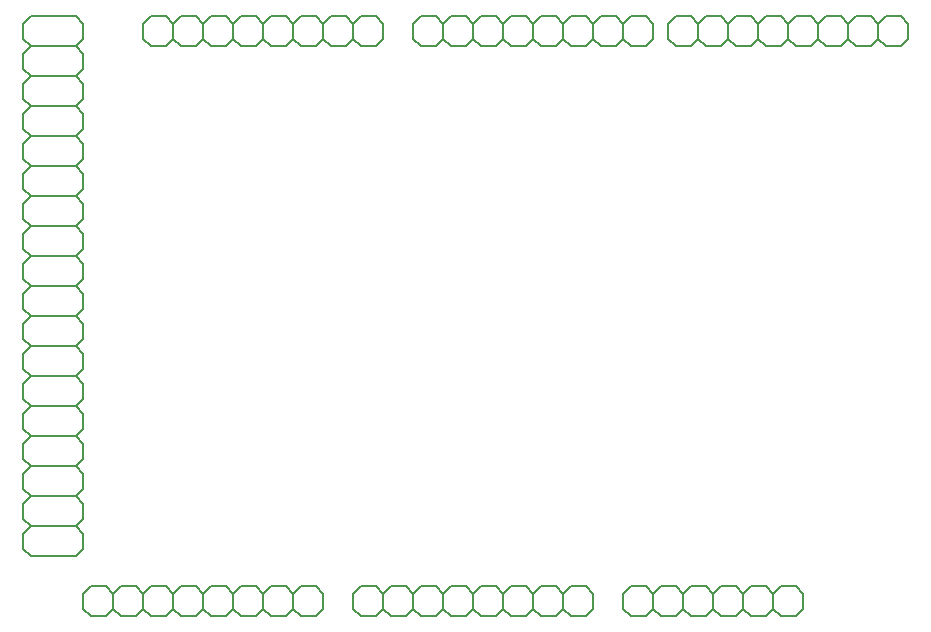
<source format=gbr>
G04 EAGLE Gerber RS-274X export*
G75*
%MOMM*%
%FSLAX34Y34*%
%LPD*%
%INSilkscreen Bottom*%
%IPPOS*%
%AMOC8*
5,1,8,0,0,1.08239X$1,22.5*%
G01*
%ADD10C,0.152400*%


D10*
X1044150Y433100D02*
X1031450Y433100D01*
X1025100Y426750D01*
X1025100Y414050D02*
X1031450Y407700D01*
X1069550Y433100D02*
X1075900Y426750D01*
X1069550Y433100D02*
X1056850Y433100D01*
X1050500Y426750D01*
X1050500Y414050D01*
X1056850Y407700D01*
X1069550Y407700D01*
X1075900Y414050D01*
X1050500Y426750D02*
X1044150Y433100D01*
X1050500Y414050D02*
X1044150Y407700D01*
X1031450Y407700D01*
X1107650Y433100D02*
X1120350Y433100D01*
X1107650Y433100D02*
X1101300Y426750D01*
X1101300Y414050D01*
X1107650Y407700D01*
X1101300Y426750D02*
X1094950Y433100D01*
X1082250Y433100D01*
X1075900Y426750D01*
X1075900Y414050D01*
X1082250Y407700D01*
X1094950Y407700D01*
X1101300Y414050D01*
X1145750Y433100D02*
X1152100Y426750D01*
X1145750Y433100D02*
X1133050Y433100D01*
X1126700Y426750D01*
X1126700Y414050D01*
X1133050Y407700D01*
X1145750Y407700D01*
X1152100Y414050D01*
X1126700Y426750D02*
X1120350Y433100D01*
X1126700Y414050D02*
X1120350Y407700D01*
X1107650Y407700D01*
X1177500Y414050D02*
X1177500Y426750D01*
X1171150Y433100D01*
X1158450Y433100D01*
X1152100Y426750D01*
X1152100Y414050D01*
X1158450Y407700D01*
X1171150Y407700D01*
X1177500Y414050D01*
X866350Y433100D02*
X853650Y433100D01*
X847300Y426750D01*
X847300Y414050D01*
X853650Y407700D01*
X891750Y433100D02*
X898100Y426750D01*
X891750Y433100D02*
X879050Y433100D01*
X872700Y426750D01*
X872700Y414050D01*
X879050Y407700D01*
X891750Y407700D01*
X898100Y414050D01*
X872700Y426750D02*
X866350Y433100D01*
X872700Y414050D02*
X866350Y407700D01*
X853650Y407700D01*
X929850Y433100D02*
X942550Y433100D01*
X929850Y433100D02*
X923500Y426750D01*
X923500Y414050D01*
X929850Y407700D01*
X923500Y426750D02*
X917150Y433100D01*
X904450Y433100D01*
X898100Y426750D01*
X898100Y414050D01*
X904450Y407700D01*
X917150Y407700D01*
X923500Y414050D01*
X967950Y433100D02*
X974300Y426750D01*
X967950Y433100D02*
X955250Y433100D01*
X948900Y426750D01*
X948900Y414050D01*
X955250Y407700D01*
X967950Y407700D01*
X974300Y414050D01*
X948900Y426750D02*
X942550Y433100D01*
X948900Y414050D02*
X942550Y407700D01*
X929850Y407700D01*
X999700Y414050D02*
X999700Y426750D01*
X993350Y433100D01*
X980650Y433100D01*
X974300Y426750D01*
X974300Y414050D01*
X980650Y407700D01*
X993350Y407700D01*
X999700Y414050D01*
X1025100Y414050D02*
X1025100Y426750D01*
X815550Y433100D02*
X802850Y433100D01*
X796500Y426750D01*
X796500Y414050D01*
X802850Y407700D01*
X840950Y433100D02*
X847300Y426750D01*
X840950Y433100D02*
X828250Y433100D01*
X821900Y426750D01*
X821900Y414050D01*
X828250Y407700D01*
X840950Y407700D01*
X847300Y414050D01*
X821900Y426750D02*
X815550Y433100D01*
X821900Y414050D02*
X815550Y407700D01*
X802850Y407700D01*
X637750Y433100D02*
X625050Y433100D01*
X618700Y426750D01*
X618700Y414050D01*
X625050Y407700D01*
X663150Y433100D02*
X669500Y426750D01*
X663150Y433100D02*
X650450Y433100D01*
X644100Y426750D01*
X644100Y414050D01*
X650450Y407700D01*
X663150Y407700D01*
X669500Y414050D01*
X644100Y426750D02*
X637750Y433100D01*
X644100Y414050D02*
X637750Y407700D01*
X625050Y407700D01*
X701250Y433100D02*
X713950Y433100D01*
X701250Y433100D02*
X694900Y426750D01*
X694900Y414050D01*
X701250Y407700D01*
X694900Y426750D02*
X688550Y433100D01*
X675850Y433100D01*
X669500Y426750D01*
X669500Y414050D01*
X675850Y407700D01*
X688550Y407700D01*
X694900Y414050D01*
X739350Y433100D02*
X745700Y426750D01*
X739350Y433100D02*
X726650Y433100D01*
X720300Y426750D01*
X720300Y414050D01*
X726650Y407700D01*
X739350Y407700D01*
X745700Y414050D01*
X720300Y426750D02*
X713950Y433100D01*
X720300Y414050D02*
X713950Y407700D01*
X701250Y407700D01*
X771100Y414050D02*
X771100Y426750D01*
X764750Y433100D01*
X752050Y433100D01*
X745700Y426750D01*
X745700Y414050D01*
X752050Y407700D01*
X764750Y407700D01*
X771100Y414050D01*
X586950Y433100D02*
X574250Y433100D01*
X567900Y426750D01*
X567900Y414050D02*
X574250Y407700D01*
X612350Y433100D02*
X618700Y426750D01*
X612350Y433100D02*
X599650Y433100D01*
X593300Y426750D01*
X593300Y414050D01*
X599650Y407700D01*
X612350Y407700D01*
X618700Y414050D01*
X593300Y426750D02*
X586950Y433100D01*
X593300Y414050D02*
X586950Y407700D01*
X574250Y407700D01*
X752050Y890300D02*
X764750Y890300D01*
X771100Y896650D01*
X771100Y909350D01*
X764750Y915700D01*
X726650Y890300D02*
X720300Y896650D01*
X726650Y890300D02*
X739350Y890300D01*
X745700Y896650D01*
X745700Y909350D01*
X739350Y915700D01*
X726650Y915700D01*
X720300Y909350D01*
X745700Y896650D02*
X752050Y890300D01*
X745700Y909350D02*
X752050Y915700D01*
X764750Y915700D01*
X688550Y890300D02*
X675850Y890300D01*
X688550Y890300D02*
X694900Y896650D01*
X694900Y909350D01*
X688550Y915700D01*
X694900Y896650D02*
X701250Y890300D01*
X713950Y890300D01*
X720300Y896650D01*
X720300Y909350D01*
X713950Y915700D01*
X701250Y915700D01*
X694900Y909350D01*
X650450Y890300D02*
X644100Y896650D01*
X650450Y890300D02*
X663150Y890300D01*
X669500Y896650D01*
X669500Y909350D01*
X663150Y915700D01*
X650450Y915700D01*
X644100Y909350D01*
X669500Y896650D02*
X675850Y890300D01*
X669500Y909350D02*
X675850Y915700D01*
X688550Y915700D01*
X618700Y909350D02*
X618700Y896650D01*
X625050Y890300D01*
X637750Y890300D01*
X644100Y896650D01*
X644100Y909350D01*
X637750Y915700D01*
X625050Y915700D01*
X618700Y909350D01*
X802850Y890300D02*
X815550Y890300D01*
X821900Y896650D01*
X821900Y909350D01*
X815550Y915700D01*
X777450Y890300D02*
X771100Y896650D01*
X777450Y890300D02*
X790150Y890300D01*
X796500Y896650D01*
X796500Y909350D01*
X790150Y915700D01*
X777450Y915700D01*
X771100Y909350D01*
X796500Y896650D02*
X802850Y890300D01*
X796500Y909350D02*
X802850Y915700D01*
X815550Y915700D01*
X980650Y890300D02*
X993350Y890300D01*
X999700Y896650D01*
X999700Y909350D01*
X993350Y915700D01*
X955250Y890300D02*
X948900Y896650D01*
X955250Y890300D02*
X967950Y890300D01*
X974300Y896650D01*
X974300Y909350D01*
X967950Y915700D01*
X955250Y915700D01*
X948900Y909350D01*
X974300Y896650D02*
X980650Y890300D01*
X974300Y909350D02*
X980650Y915700D01*
X993350Y915700D01*
X917150Y890300D02*
X904450Y890300D01*
X917150Y890300D02*
X923500Y896650D01*
X923500Y909350D01*
X917150Y915700D01*
X923500Y896650D02*
X929850Y890300D01*
X942550Y890300D01*
X948900Y896650D01*
X948900Y909350D01*
X942550Y915700D01*
X929850Y915700D01*
X923500Y909350D01*
X879050Y890300D02*
X872700Y896650D01*
X879050Y890300D02*
X891750Y890300D01*
X898100Y896650D01*
X898100Y909350D01*
X891750Y915700D01*
X879050Y915700D01*
X872700Y909350D01*
X898100Y896650D02*
X904450Y890300D01*
X898100Y909350D02*
X904450Y915700D01*
X917150Y915700D01*
X847300Y909350D02*
X847300Y896650D01*
X853650Y890300D01*
X866350Y890300D01*
X872700Y896650D01*
X872700Y909350D01*
X866350Y915700D01*
X853650Y915700D01*
X847300Y909350D01*
X1031450Y890300D02*
X1044150Y890300D01*
X1050500Y896650D01*
X1050500Y909350D01*
X1044150Y915700D01*
X1006050Y890300D02*
X999700Y896650D01*
X1006050Y890300D02*
X1018750Y890300D01*
X1025100Y896650D01*
X1025100Y909350D01*
X1018750Y915700D01*
X1006050Y915700D01*
X999700Y909350D01*
X1025100Y896650D02*
X1031450Y890300D01*
X1025100Y909350D02*
X1031450Y915700D01*
X1044150Y915700D01*
X1196550Y890300D02*
X1209250Y890300D01*
X1215600Y896650D01*
X1215600Y909350D01*
X1209250Y915700D01*
X1171150Y890300D02*
X1164800Y896650D01*
X1171150Y890300D02*
X1183850Y890300D01*
X1190200Y896650D01*
X1190200Y909350D01*
X1183850Y915700D01*
X1171150Y915700D01*
X1164800Y909350D01*
X1190200Y896650D02*
X1196550Y890300D01*
X1190200Y909350D02*
X1196550Y915700D01*
X1209250Y915700D01*
X1133050Y890300D02*
X1120350Y890300D01*
X1133050Y890300D02*
X1139400Y896650D01*
X1139400Y909350D01*
X1133050Y915700D01*
X1139400Y896650D02*
X1145750Y890300D01*
X1158450Y890300D01*
X1164800Y896650D01*
X1164800Y909350D01*
X1158450Y915700D01*
X1145750Y915700D01*
X1139400Y909350D01*
X1094950Y890300D02*
X1088600Y896650D01*
X1094950Y890300D02*
X1107650Y890300D01*
X1114000Y896650D01*
X1114000Y909350D01*
X1107650Y915700D01*
X1094950Y915700D01*
X1088600Y909350D01*
X1114000Y896650D02*
X1120350Y890300D01*
X1114000Y909350D02*
X1120350Y915700D01*
X1133050Y915700D01*
X1063200Y909350D02*
X1063200Y896650D01*
X1069550Y890300D01*
X1082250Y890300D01*
X1088600Y896650D01*
X1088600Y909350D01*
X1082250Y915700D01*
X1069550Y915700D01*
X1063200Y909350D01*
X1247350Y890300D02*
X1260050Y890300D01*
X1266400Y896650D01*
X1266400Y909350D01*
X1260050Y915700D01*
X1221950Y890300D02*
X1215600Y896650D01*
X1221950Y890300D02*
X1234650Y890300D01*
X1241000Y896650D01*
X1241000Y909350D01*
X1234650Y915700D01*
X1221950Y915700D01*
X1215600Y909350D01*
X1241000Y896650D02*
X1247350Y890300D01*
X1241000Y909350D02*
X1247350Y915700D01*
X1260050Y915700D01*
X567900Y909350D02*
X561550Y915700D01*
X567900Y909350D02*
X567900Y896650D01*
X561550Y890300D01*
X567900Y883950D01*
X567900Y871250D01*
X561550Y864900D01*
X567900Y858550D01*
X567900Y845850D01*
X561550Y839500D01*
X567900Y833150D01*
X567900Y820450D01*
X561550Y814100D01*
X567900Y807750D01*
X567900Y795050D01*
X561550Y788700D01*
X567900Y782350D01*
X567900Y769650D01*
X561550Y763300D01*
X561550Y915700D02*
X523450Y915700D01*
X517100Y909350D01*
X517100Y896650D01*
X523450Y890300D01*
X517100Y883950D01*
X517100Y871250D01*
X523450Y864900D01*
X517100Y858550D01*
X517100Y845850D01*
X523450Y839500D01*
X517100Y833150D01*
X517100Y820450D01*
X523450Y814100D01*
X517100Y807750D01*
X517100Y795050D01*
X523450Y788700D01*
X517100Y782350D01*
X517100Y769650D01*
X523450Y763300D01*
X517100Y756950D01*
X517100Y744250D01*
X523450Y737900D01*
X517100Y731550D01*
X517100Y718850D01*
X523450Y712500D01*
X517100Y706150D01*
X517100Y693450D01*
X523450Y687100D01*
X517100Y680750D01*
X517100Y668050D01*
X523450Y661700D01*
X517100Y655350D01*
X517100Y642650D01*
X523450Y636300D01*
X517100Y629950D01*
X517100Y617250D01*
X523450Y610900D01*
X517100Y604550D01*
X517100Y591850D01*
X523450Y585500D01*
X517100Y579150D01*
X517100Y566450D01*
X523450Y560100D01*
X517100Y553750D01*
X517100Y541050D01*
X523450Y534700D01*
X517100Y528350D01*
X517100Y515650D01*
X523450Y509300D01*
X517100Y502950D01*
X517100Y490250D01*
X523450Y483900D01*
X517100Y477550D01*
X517100Y464850D01*
X523450Y458500D01*
X561550Y458500D02*
X567900Y464850D01*
X567900Y477550D01*
X561550Y483900D01*
X567900Y490250D01*
X567900Y502950D01*
X561550Y509300D01*
X567900Y515650D01*
X567900Y528350D01*
X561550Y534700D01*
X567900Y541050D01*
X567900Y553750D01*
X561550Y560100D01*
X567900Y566450D01*
X567900Y579150D01*
X561550Y585500D01*
X567900Y591850D01*
X567900Y604550D01*
X561550Y610900D01*
X567900Y617250D01*
X567900Y629950D01*
X561550Y636300D01*
X567900Y642650D01*
X567900Y655350D01*
X561550Y661700D01*
X567900Y668050D01*
X567900Y680750D01*
X561550Y687100D01*
X567900Y693450D01*
X567900Y706150D01*
X561550Y712500D01*
X567900Y718850D01*
X567900Y731550D01*
X561550Y737900D01*
X567900Y744250D01*
X567900Y756950D01*
X561550Y763300D01*
X561550Y890300D02*
X523450Y890300D01*
X523450Y864900D02*
X561550Y864900D01*
X561550Y839500D02*
X523450Y839500D01*
X523450Y814100D02*
X561550Y814100D01*
X561550Y788700D02*
X523450Y788700D01*
X523450Y763300D02*
X561550Y763300D01*
X561550Y737900D02*
X523450Y737900D01*
X523450Y712500D02*
X561550Y712500D01*
X561550Y687100D02*
X523450Y687100D01*
X523450Y661700D02*
X561550Y661700D01*
X561550Y636300D02*
X523450Y636300D01*
X523450Y610900D02*
X561550Y610900D01*
X561550Y585500D02*
X523450Y585500D01*
X523450Y560100D02*
X561550Y560100D01*
X561550Y534700D02*
X523450Y534700D01*
X523450Y509300D02*
X561550Y509300D01*
X561550Y483900D02*
X523450Y483900D01*
X523450Y458500D02*
X561550Y458500D01*
X567900Y426750D02*
X567900Y414050D01*
M02*

</source>
